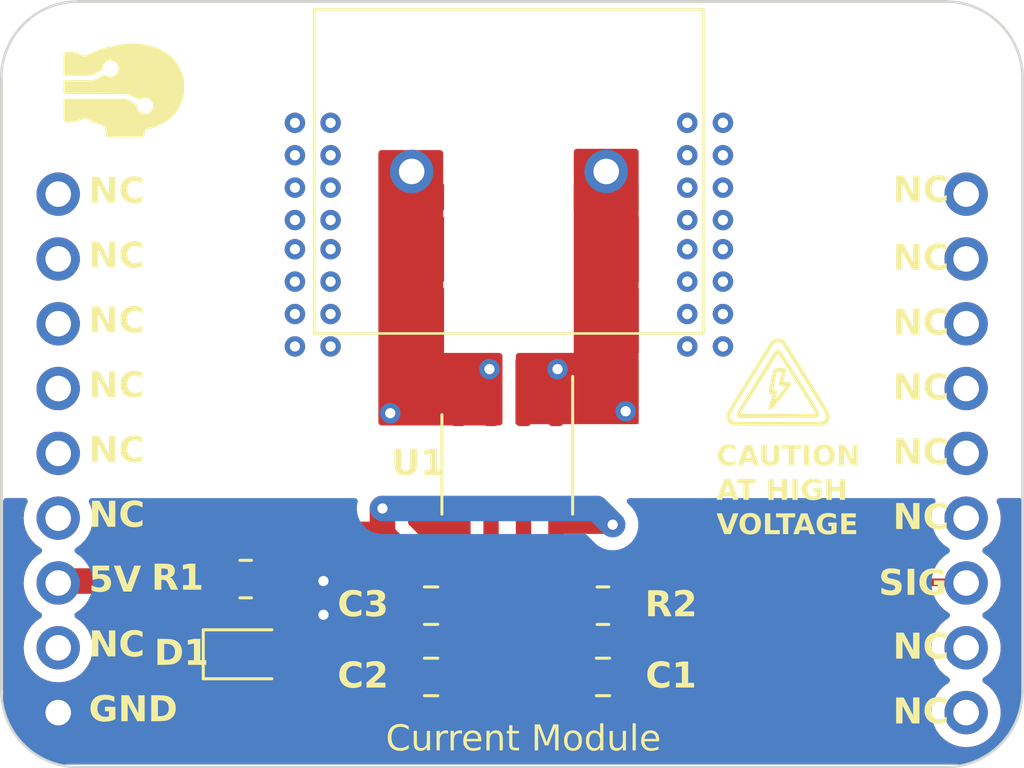
<source format=kicad_pcb>
(kicad_pcb (version 20240108) (generator "pcbnew") (generator_version "8.0")
  (layers (0 "F.Cu" signal) (31 "B.Cu" signal) (34 "B.Paste" user) (35 "F.Paste" user) (36 "B.SilkS" user "B.Silkscreen") (37 "F.SilkS" user "F.Silkscreen") (38 "B.Mask" user) (39 "F.Mask" user) (44 "Edge.Cuts" user))
  (net 0 "")
  (net 1 "Net-(U1-FILTER)")
  (net 2 "GND")
  (net 3 "+5V")
  (net 4 "Net-(J1-Pin_1)")
  (net 5 "Net-(J1-Pin_2)")
  (net 6 "Net-(U1-VIOUT)")
  (net 7 "SIG")
  (net 23 "Net-(D1-A)")
  (footprint "Package_SO:SOIC-8_3.9x4.9mm_P1.27mm" (layer "F.Cu") (at 101.408 93.90452 -90)
    (property "Reference" "U1" (at -0.00072 3.491 180) (layer "F.SilkS") (effects (font (thickness 0.16) (bold yes))))
    (property "Value" "ACS712xLCTR-20A" (hide yes))
    (fp_line (start 0 2.56) (end -1.95 2.56) (stroke (width 0.12)) (layer "F.SilkS"))
    (fp_line (start 0 2.56) (end 1.95 2.56) (stroke (width 0.12)) (layer "F.SilkS"))
    (fp_line (start 0 -2.56) (end -3.45 -2.56) (stroke (width 0.12)) (layer "F.SilkS"))
    (fp_line (start 0 -2.56) (end 1.95 -2.56) (stroke (width 0.12)) (layer "F.SilkS"))
    (pad "1" smd roundrect (at -2.475 -1.905 270) (size 1.95 0.6) (layers "F.Cu" "F.Paste" "F.Mask") (net 5 "Net-(J1-Pin_2)"))
    (pad "2" smd roundrect (at -2.475 -0.635 270) (size 1.95 0.6) (layers "F.Cu" "F.Paste" "F.Mask") (net 5 "Net-(J1-Pin_2)"))
    (pad "3" smd roundrect (at -2.475 0.635 270) (size 1.95 0.6) (layers "F.Cu" "F.Paste" "F.Mask") (net 4 "Net-(J1-Pin_1)"))
    (pad "4" smd roundrect (at -2.475 1.905 270) (size 1.95 0.6) (layers "F.Cu" "F.Paste" "F.Mask") (net 4 "Net-(J1-Pin_1)"))
    (pad "5" smd roundrect (at 2.475 1.905 270) (size 1.95 0.6) (layers "F.Cu" "F.Paste" "F.Mask") (net 2 "GND"))
    (pad "6" smd roundrect (at 2.475 0.635 270) (size 1.95 0.6) (layers "F.Cu" "F.Paste" "F.Mask") (net 1 "Net-(U1-FILTER)"))
    (pad "7" smd roundrect (at 2.475 -0.635 270) (size 1.95 0.6) (layers "F.Cu" "F.Paste" "F.Mask") (net 6 "Net-(U1-VIOUT)"))
    (pad "8" smd roundrect (at 2.475 -1.905 270) (size 1.95 0.6) (layers "F.Cu" "F.Paste" "F.Mask") (net 3 "+5V"))
  )
  (footprint "barriyer:barriyer_7.62" (layer "F.Cu") (at 101.981 82.423)
    (property "Reference" "J1" (hide yes))
    (property "Value" "Screw_Terminal_01x02" (hide yes))
    (fp_line (start -8.128 -6.35) (end -8.128 0) (stroke (width 0.1)) (layer "F.SilkS"))
    (fp_line (start -8.128 0) (end -8.128 6.35) (stroke (width 0.1)) (layer "F.SilkS"))
    (fp_line (start -8.128 6.35) (end 7.112 6.35) (stroke (width 0.1)) (layer "F.SilkS"))
    (fp_line (start 7.112 -6.35) (end -8.128 -6.35) (stroke (width 0.1)) (layer "F.SilkS"))
    (fp_line (start 7.112 6.35) (end 7.112 -6.35) (stroke (width 0.1)) (layer "F.SilkS"))
    (pad "1" thru_hole circle (at -4.318 0) (size 1.7 1.7) (drill 1) (layers "*.Cu" "*.Mask") (net 4 "Net-(J1-Pin_1)"))
    (pad "1" smd rect (at -4.318 3.048) (size 2.54 2.54) (layers "F.Cu" "F.Paste" "F.Mask") (net 4 "Net-(J1-Pin_1)"))
    (pad "1" smd rect (at -4.318 5.0165 90) (size 7.493 0.254) (layers "F.Cu" "F.Paste" "F.Mask") (net 4 "Net-(J1-Pin_1)"))
    (pad "1" smd rect (at -4.318 5.842) (size 2.54 2.54) (layers "F.Cu" "F.Paste" "F.Mask") (net 4 "Net-(J1-Pin_1)"))
    (pad "1" smd rect (at -4.318 8.627997) (size 2.54 2.523994) (layers "F.Cu" "F.Paste" "F.Mask") (net 4 "Net-(J1-Pin_1)"))
    (pad "1" smd rect (at -4.317999 1.016) (size 2.539998 1.016) (layers "F.Cu" "F.Paste" "F.Mask") (net 4 "Net-(J1-Pin_1)"))
    (pad "1" smd rect (at -2.857499 8.636 180) (size 3.174998 0.254) (layers "F.Cu" "F.Paste" "F.Mask") (net 4 "Net-(J1-Pin_1)"))
    (pad "1" smd rect (at -1.778 8.627997) (size 2.032 2.523994) (layers "F.Cu" "F.Paste" "F.Mask") (net 4 "Net-(J1-Pin_1)"))
    (pad "2" smd rect (at 0.762 8.635999) (size 2.032 2.523992) (layers "F.Cu" "F.Paste" "F.Mask") (net 5 "Net-(J1-Pin_2)"))
    (pad "2" smd rect (at 2.032 8.636 180) (size 3.174998 0.254) (layers "F.Cu" "F.Paste" "F.Mask") (net 5 "Net-(J1-Pin_2)"))
    (pad "2" thru_hole circle (at 3.302 0) (size 1.7 1.7) (drill 1) (layers "*.Cu" "*.Mask") (net 5 "Net-(J1-Pin_2)"))
    (pad "2" smd rect (at 3.302 1.016) (size 2.539998 1.016) (layers "F.Cu" "F.Paste" "F.Mask") (net 5 "Net-(J1-Pin_2)"))
    (pad "2" smd rect (at 3.302 8.636) (size 2.54 2.523994) (layers "F.Cu" "F.Paste" "F.Mask") (net 5 "Net-(J1-Pin_2)"))
    (pad "2" smd rect (at 3.31 3.056003) (size 2.54 2.54) (layers "F.Cu" "F.Paste" "F.Mask") (net 5 "Net-(J1-Pin_2)"))
    (pad "2" smd rect (at 3.31 5.08 90) (size 7.247002 0.254) (layers "F.Cu" "F.Paste" "F.Mask") (net 5 "Net-(J1-Pin_2)"))
    (pad "2" smd rect (at 3.31 5.842003) (size 2.54 2.524) (layers "F.Cu" "F.Paste" "F.Mask") (net 5 "Net-(J1-Pin_2)"))
  )
  (footprint "Capacitor_SMD:C_0805_2012Metric" (layer "F.Cu") (at 105.156 102.235)
    (property "Reference" "C1" (at 2.667 0 0) (layer "F.SilkS") (effects (font (thickness 0.16) (bold yes))))
    (property "Value" "1nF" (hide yes))
    (fp_line (start -0.261252 -0.735) (end 0.261252 -0.735) (stroke (width 0.12)) (layer "F.SilkS"))
    (fp_line (start -0.261252 0.735) (end 0.261252 0.735) (stroke (width 0.12)) (layer "F.SilkS"))
    (pad "1" smd roundrect (at -0.95 0) (size 1 1.45) (layers "F.Cu" "F.Paste" "F.Mask") (net 1 "Net-(U1-FILTER)"))
    (pad "2" smd roundrect (at 0.95 0) (size 1 1.45) (layers "F.Cu" "F.Paste" "F.Mask") (net 2 "GND"))
  )
  (footprint "air_module:air_module" (layer "F.Cu") (at 101.2698 95.8456)
    (property "Reference" "U2" (hide yes))
    (property "Value" "~")
    (fp_poly (pts (xy -14.409382 -18.424609) (xy -14.284373 -18.420345) (xy -14.172436 -18.41358) (xy -14.080802 -18.404375) (xy -14.041724 -18.398303) (xy -13.853269 -18.357149) (xy -13.683331 -18.306133) (xy -13.519369 -18.241174) (xy -13.429404 -18.199111) (xy -13.225809 -18.083691) (xy -13.047121 -17.948997) (xy -12.892918 -17.794515) (xy -12.762778 -17.619731) (xy -12.65628 -17.424131) (xy -12.573 -17.2072) (xy -12.549521 -17.127104) (xy -12.536759 -17.07492) (xy -12.527646 -17.022564) (xy -12.521606 -16.963179) (xy -12.518064 -16.889906) (xy -12.516445 -16.795888) (xy -12.51616 -16.729254) (xy -12.516471 -16.624139) (xy -12.518179 -16.54326) (xy -12.521973 -16.479269) (xy -12.528539 -16.424819) (xy -12.538566 -16.372562) (xy -12.552742 -16.315149) (xy -12.556087 -16.30258) (xy -12.629514 -16.087143) (xy -12.729163 -15.888572) (xy -12.853947 -15.707853) (xy -13.002778 -15.54597) (xy -13.174568 -15.403908) (xy -13.368231 -15.282653) (xy -13.582678 -15.183189) (xy -13.816822 -15.106501) (xy -13.899335 -15.086106) (xy -14.053347 -15.050981) (xy -14.053347 -14.949039) (xy -14.054887 -14.890965) (xy -14.061819 -14.853309) (xy -14.077607 -14.824956) (xy -14.09952 -14.800924) (xy -14.145693 -14.754751) (xy -14.822188 -14.755232) (xy -15.017354 -14.755779) (xy -15.180988 -14.757122) (xy -15.313136 -14.759262) (xy -15.413847 -14.762201) (xy -15.483171 -14.765939) (xy -15.521154 -14.770477) (xy -15.527806 -14.772641) (xy -15.563505 -14.810321) (xy -15.587341 -14.875416) (xy -15.599544 -14.968744) (xy -15.601382 -15.034623) (xy -15.601407 -15.173346) (xy -15.801123 -15.240942) (xy -15.897413 -15.275849) (xy -16.007494 -15.319396) (xy -16.117074 -15.365754) (xy -16.20292 -15.404809) (xy -16.405002 -15.50108) (xy -16.548858 -15.442837) (xy -16.738064 -15.37858) (xy -16.919457 -15.342673) (xy -17.036014 -15.334083) (xy -17.096368 -15.333393) (xy -17.134749 -15.336828) (xy -17.160749 -15.347281) (xy -17.183963 -15.367645) (xy -17.197923 -15.382892) (xy -17.244143 -15.434479) (xy -17.244143 -15.852824) (xy -17.244143 -16.271169) (xy -16.010726 -16.271169) (xy -14.77731 -16.271169) (xy -14.567601 -16.160489) (xy -14.48664 -16.117331) (xy -14.429866 -16.085528) (xy -14.393293 -16.062146) (xy -14.372934 -16.044251) (xy -14.364803 -16.028908) (xy -14.364911 -16.013181) (xy -14.365213 -16.01152) (xy -14.36356 -15.958395) (xy -14.345036 -15.893567) (xy -14.3142 -15.828542) (xy -14.27561 -15.774828) (xy -14.268562 -15.767605) (xy -14.220027 -15.731434) (xy -14.160444 -15.701004) (xy -14.138599 -15.693187) (xy -14.044845 -15.679294) (xy -13.957182 -15.692779) (xy -13.879309 -15.729553) (xy -13.814926 -15.785526) (xy -13.767732 -15.856611) (xy -13.741427 -15.938718) (xy -13.739711 -16.027758) (xy -13.761874 -16.109552) (xy -13.812507 -16.193911) (xy -13.88157 -16.255114) (xy -13.964389 -16.291555) (xy -14.056294 -16.301627) (xy -14.152611 -16.283725) (xy -14.204852 -16.261841) (xy -14.28573 -16.220921) (xy -14.505204 -16.336872) (xy -14.724678 -16.452824) (xy -15.98441 -16.457138) (xy -17.244143 -16.461453) (xy -17.244143 -16.72962) (xy -17.244143 -16.997786) (xy -16.659908 -16.997786) (xy -16.075673 -16.997786) (xy -15.84744 -17.11641) (xy -15.749428 -17.165928) (xy -15.676635 -17.199529) (xy -15.629594 -17.216985) (xy -15.608844 -17.218071) (xy -15.608333 -17.217439) (xy -15.588169 -17.200581) (xy -15.550213 -17.178859) (xy -15.532275 -17.170245) (xy -15.441144 -17.144115) (xy -15.35248 -17.145987) (xy -15.27045 -17.172316) (xy -15.19922 -17.219556) (xy -15.142957 -17.284165) (xy -15.105828 -17.362595) (xy -15.092 -17.451304) (xy -15.102599 -17.535769) (xy -15.139889 -17.622434) (xy -15.199 -17.691754) (xy -15.274232 -17.740831) (xy -15.359887 -17.766768) (xy -15.450265 -17.766666) (xy -15.518719 -17.747343) (xy -15.603564 -17.697205) (xy -15.664 -17.627479) (xy -15.700644 -17.537286) (xy -15.711338 -17.4743) (xy -15.719827 -17.390055) (xy -15.932045 -17.280799) (xy -16.144263 -17.171542) (xy -16.694203 -17.171542) (xy -17.244143 -17.171542) (xy -17.244143 -17.59925) (xy -17.244143 -18.026958) (xy -17.19797 -18.073131) (xy -17.171241 -18.097234) (xy -17.144844 -18.11106) (xy -17.108952 -18.117397) (xy -17.053736 -18.119029) (xy -17.036061 -18.119029) (xy -16.888934 -18.108389) (xy -16.737628 -18.076092) (xy -16.574707 -18.02053) (xy -16.567054 -18.017486) (xy -16.503947 -17.993107) (xy -16.450536 -17.974072) (xy -16.414495 -17.963039) (xy -16.404952 -17.961343) (xy -16.383132 -17.968004) (xy -16.339239 -17.986194) (xy -16.27941 -18.013224) (xy -16.209783 -18.046407) (xy -16.201562 -18.050428) (xy -15.977798 -18.148206) (xy -15.72745 -18.235531) (xy -15.454095 -18.311363) (xy -15.161304 -18.374665) (xy -14.977414 -18.406257) (xy -14.895512 -18.415422) (xy -14.790527 -18.421778) (xy -14.66969 -18.425387) (xy -14.540231 -18.42631)) (fill solid) (layer "F.SilkS"))
    (fp_line (start -19.68 -17.08) (end -19.68 6.92) (stroke (width 0.1)) (layer "Edge.Cuts"))
    (fp_line (start -16.68 9.92) (end 17.32 9.92) (stroke (width 0.1)) (layer "Edge.Cuts"))
    (fp_line (start 17.32 -20.08) (end -16.68 -20.08) (stroke (width 0.1)) (layer "Edge.Cuts"))
    (fp_line (start 20.32 6.92) (end 20.32 -17.08) (stroke (width 0.1)) (layer "Edge.Cuts"))
    (fp_arc (start -19.68 -17.08) (mid -18.80132 -19.20132) (end -16.68 -20.08) (stroke (width 0.1)) (layer "Edge.Cuts"))
    (fp_arc (start -16.68 9.92) (mid -18.80132 9.04132) (end -19.68 6.92) (stroke (width 0.1)) (layer "Edge.Cuts"))
    (fp_arc (start 17.32 -20.08) (mid 19.44132 -19.20132) (end 20.32 -17.08) (stroke (width 0.1)) (layer "Edge.Cuts"))
    (fp_arc (start 20.32 6.92) (mid 19.44132 9.04132) (end 17.32 9.92) (stroke (width 0.1)) (layer "Edge.Cuts"))
    (fp_text user "NC" (at -16.256 5.7544 0) (layer "F.SilkS") (effects (font (thickness 0.2) (bold yes)) (justify left bottom)))
    (fp_text user "NC" (at -16.256 -1.8656 0) (layer "F.SilkS") (effects (font (thickness 0.2) (bold yes)) (justify left bottom)))
    (fp_text user "NC" (at 15.24 -4.318 0) (layer "F.SilkS") (effects (font (thickness 0.2) (bold yes)) (justify left bottom)))
    (fp_text user "NC" (at -16.256 -9.4856 0) (layer "F.SilkS") (effects (font (thickness 0.2) (bold yes)) (justify left bottom)))
    (fp_text user "Current Module" (at -4.6228 9.4374 0) (layer "F.SilkS") (effects (font (thickness 0.1)) (justify left bottom)))
    (fp_text user "NC" (at -16.256 0.6744 0) (layer "F.SilkS") (effects (font (thickness 0.2) (bold yes)) (justify left bottom)))
    (fp_text user "NC" (at -16.256 -6.9456 0) (layer "F.SilkS") (effects (font (thickness 0.2) (bold yes)) (justify left bottom)))
    (fp_text user "NC" (at -16.256 -4.4056 0) (layer "F.SilkS") (effects (font (thickness 0.2) (bold yes)) (justify left bottom)))
    (fp_text user "NC" (at 15.24 8.382 0) (layer "F.SilkS") (effects (font (thickness 0.2) (bold yes)) (justify left bottom)))
    (fp_text user "NC" (at 15.24 5.842 0) (layer "F.SilkS") (effects (font (thickness 0.2) (bold yes)) (justify left bottom)))
    (fp_text user "NC" (at 15.24 0.762 0) (layer "F.SilkS") (effects (font (thickness 0.2) (bold yes)) (justify left bottom)))
    (fp_text user "NC" (at 15.24 -6.858 0) (layer "F.SilkS") (effects (font (thickness 0.2) (bold yes)) (justify left bottom)))
    (fp_text user "NC" (at 15.24 -1.778 0) (layer "F.SilkS") (effects (font (thickness 0.2) (bold yes)) (justify left bottom)))
    (fp_text user "NC" (at -16.256 -12.0256 0) (layer "F.SilkS") (effects (font (thickness 0.2) (bold yes)) (justify left bottom)))
    (fp_text user "NC" (at 15.24 -9.398 0) (layer "F.SilkS") (effects (font (thickness 0.2) (bold yes)) (justify left bottom)))
    (fp_text user "SIG" (at 14.6812 3.3414 0) (layer "F.SilkS") (effects (font (thickness 0.2) (bold yes)) (justify left bottom)))
    (fp_text user "5V" (at -16.256 3.2144 0) (layer "F.SilkS") (effects (font (thickness 0.2) (bold yes)) (justify left bottom)))
    (fp_text user "GND" (at -16.256 8.2944 0) (layer "F.SilkS") (effects (font (thickness 0.2) (bold yes)) (justify left bottom)))
    (fp_text user "NC" (at 15.24 -12.065 0) (layer "F.SilkS") (effects (font (thickness 0.2) (bold yes)) (justify left bottom)))
    (pad "1" thru_hole oval (at -17.4498 -12.5336) (size 1.7 1.7) (drill 1) (layers "*.Cu" "*.Mask"))
    (pad "2" thru_hole oval (at -17.4498 -9.9936) (size 1.7 1.7) (drill 1) (layers "*.Cu" "*.Mask"))
    (pad "3" thru_hole oval (at -17.4498 -7.4536) (size 1.7 1.7) (drill 1) (layers "*.Cu" "*.Mask"))
    (pad "4" thru_hole oval (at -17.4498 -4.9136) (size 1.7 1.7) (drill 1) (layers "*.Cu" "*.Mask"))
    (pad "5" thru_hole oval (at -17.4498 -2.3736) (size 1.7 1.7) (drill 1) (layers "*.Cu" "*.Mask"))
    (pad "6" thru_hole oval (at -17.4498 0.1664) (size 1.7 1.7) (drill 1) (layers "*.Cu" "*.Mask"))
    (pad "7" thru_hole oval (at -17.4498 2.7064) (size 1.7 1.7) (drill 1) (layers "*.Cu" "*.Mask") (net 3 "+5V"))
    (pad "8" thru_hole oval (at -17.4498 5.2464) (size 1.7 1.7) (drill 1) (layers "*.Cu" "*.Mask"))
    (pad "9" thru_hole oval (at -17.4498 7.7864) (size 1.7 1.7) (drill 1) (layers "*.Cu" "*.Mask") (net 2 "GND"))
    (pad "10" thru_hole oval (at 18.1102 7.7864) (size 1.7 1.7) (drill 1) (layers "*.Cu" "*.Mask"))
    (pad "11" thru_hole oval (at 18.1102 5.2464) (size 1.7 1.7) (drill 1) (layers "*.Cu" "*.Mask"))
    (pad "12" thru_hole oval (at 18.1102 2.7064) (size 1.7 1.7) (drill 1) (layers "*.Cu" "*.Mask") (net 7 "SIG"))
    (pad "13" thru_hole oval (at 18.1102 0.1664) (size 1.7 1.7) (drill 1) (layers "*.Cu" "*.Mask"))
    (pad "14" thru_hole oval (at 18.1102 -2.3736) (size 1.7 1.7) (drill 1) (layers "*.Cu" "*.Mask"))
    (pad "15" thru_hole oval (at 18.1102 -4.9136) (size 1.7 1.7) (drill 1) (layers "*.Cu" "*.Mask"))
    (pad "16" thru_hole oval (at 18.1102 -7.4536) (size 1.7 1.7) (drill 1) (layers "*.Cu" "*.Mask"))
    (pad "17" thru_hole oval (at 18.1102 -9.9936) (size 1.7 1.7) (drill 1) (layers "*.Cu" "*.Mask"))
    (pad "18" thru_hole oval (at 18.1102 -12.5336) (size 1.7 1.7) (drill 1) (layers "*.Cu" "*.Mask"))
  )
  (footprint "Capacitor_SMD:C_0805_2012Metric" (layer "F.Cu") (at 98.425 99.441)
    (property "Reference" "C3" (at -2.667 0 0) (layer "F.SilkS") (effects (font (thickness 0.16) (bold yes))))
    (property "Value" "4.7uF" (hide yes))
    (fp_line (start -0.261252 -0.735) (end 0.261252 -0.735) (stroke (width 0.12)) (layer "F.SilkS"))
    (fp_line (start -0.261252 0.735) (end 0.261252 0.735) (stroke (width 0.12)) (layer "F.SilkS"))
    (pad "1" smd roundrect (at -0.95 0) (size 1 1.45) (layers "F.Cu" "F.Paste" "F.Mask") (net 3 "+5V"))
    (pad "2" smd roundrect (at 0.95 0) (size 1 1.45) (layers "F.Cu" "F.Paste" "F.Mask") (net 2 "GND"))
  )
  (footprint "memin:ACS712" (layer "F.Cu") (at 112.014 90.678)
    (property "Reference" "G***" (hide yes))
    (property "Value" "LOGO" (hide yes))
    (fp_poly (pts (xy 0.055016 -1.252387) (xy 0.079773 -1.24453) (xy 0.095831 -1.226504) (xy 0.128337 -1.181566) (xy 0.176195 -1.11143) (xy 0.238311 -1.017812) (xy 0.31359 -0.902427) (xy 0.400936 -0.76699) (xy 0.499254 -0.613216) (xy 0.607449 -0.442822) (xy 0.724426 -0.257521) (xy 0.84909 -0.05903) (xy 0.980346 0.150937) (xy 1.117098 0.370663) (xy 1.258252 0.598435) (xy 1.313036 0.687097) (xy 1.402521 0.832489) (xy 1.4753 0.952412) (xy 1.53256 1.049807) (xy 1.57549 1.127615) (xy 1.605276 1.188779) (xy 1.623106 1.236238) (xy 1.630166 1.272936) (xy 1.627646 1.301813) (xy 1.616731 1.32581) (xy 1.598609 1.347869) (xy 1.585103 1.361086) (xy 1.541785 1.401785) (xy 0.006015 1.406242) (xy -1.529756 1.410699) (xy -1.579088 1.361367) (xy -1.595355 1.345345) (xy -1.609114 1.33044) (xy -1.619411 1.314785) (xy -1.625291 1.296512) (xy -1.6258 1.273752) (xy -1.619983 1.244639) (xy -1.619163 1.242301) (xy -1.468208 1.242301) (xy -1.451296 1.243395) (xy -1.403815 1.244325) (xy -1.32877 1.245096) (xy -1.229166 1.245711) (xy -1.108008 1.246175) (xy -0.968302 1.246494) (xy -0.813054 1.246672) (xy -0.645269 1.246714) (xy -0.467951 1.246625) (xy -0.284108 1.246408) (xy -0.096743 1.24607) (xy 0.091136 1.245615) (xy 0.276526 1.245047) (xy 0.45642 1.244371) (xy 0.627813 1.243592) (xy 0.7877 1.242715) (xy 0.933075 1.241744) (xy 1.060933 1.240684) (xy 1.168268 1.239541) (xy 1.252075 1.238318) (xy 1.269782 1.237985) (xy 1.473537 1.233907) (xy 1.046714 0.545605) (xy 0.880274 0.277603) (xy 0.726709 0.03115) (xy 0.586459 -0.193059) (xy 0.459969 -0.39433) (xy 0.347681 -0.57197) (xy 0.250037 -0.725283) (xy 0.16748 -0.853577) (xy 0.100453 -0.956156) (xy 0.049398 -1.032328) (xy 0.014757 -1.081398) (xy -0.003026 -1.102671) (xy -0.004996 -1.103534) (xy -0.015835 -1.08895) (xy -0.042674 -1.048452) (xy -0.083907 -0.984612) (xy -0.137931 -0.900002) (xy -0.20314 -0.797194) (xy -0.277929 -0.678762) (xy -0.360695 -0.547278) (xy -0.449833 -0.405314) (xy -0.543737 -0.255443) (xy -0.640804 -0.100238) (xy -0.739428 0.057729) (xy -0.838005 0.215886) (xy -0.934931 0.37166) (xy -1.028601 0.522478) (xy -1.11741 0.665768) (xy -1.199753 0.798957) (xy -1.274027 0.919473) (xy -1.338625 1.024743) (xy -1.391945 1.112194) (xy -1.432381 1.179255) (xy -1.458328 1.223352) (xy -1.468182 1.241913) (xy -1.468208 1.242301) (xy -1.619163 1.242301) (xy -1.606886 1.207304) (xy -1.585555 1.15988) (xy -1.555036 1.100498) (xy -1.514373 1.027291) (xy -1.462613 0.938391) (xy -1.398802 0.831931) (xy -1.321984 0.706042) (xy -1.231206 0.558856) (xy -1.125513 0.388507) (xy -1.00395 0.193126) (xy -0.882466 -0.002004) (xy -0.768733 -0.184712) (xy -0.659955 -0.359465) (xy -0.557461 -0.52413) (xy -0.462577 -0.676574) (xy -0.376633 -0.814663) (xy -0.300955 -0.936264) (xy -0.236872 -1.039242) (xy -0.18571 -1.121465) (xy -0.148799 -1.1808) (xy -0.127465 -1.215111) (xy -0.122617 -1.222926) (xy -0.096318 -1.239793) (xy -0.049443 -1.251234) (xy 0.005253 -1.255885)) (fill solid) (layer "F.SilkS"))
    (fp_poly (pts (xy 0.158244 -0.553422) (xy 0.214936 -0.550973) (xy 0.251701 -0.545566) (xy 0.275358 -0.536118) (xy 0.292725 -0.521547) (xy 0.295072 -0.519003) (xy 0.307464 -0.503855) (xy 0.314463 -0.487386) (xy 0.31549 -0.463682) (xy 0.309967 -0.426829) (xy 0.297314 -0.370913) (xy 0.276954 -0.290019) (xy 0.270024 -0.262989) (xy 0.2486 -0.180146) (xy 0.229689 -0.108216) (xy 0.215071 -0.05388) (xy 0.206525 -0.023819) (xy 0.205584 -0.020984) (xy 0.21045 -0.010452) (xy 0.237239 -0.003877) (xy 0.290201 -0.000629) (xy 0.347391 0) (xy 0.431144 0.002054) (xy 0.486736 0.009622) (xy 0.51941 0.024811) (xy 0.534409 0.049731) (xy 0.537211 0.076343) (xy 0.527059 0.095914) (xy 0.498507 0.137839) (xy 0.454415 0.198486) (xy 0.397642 0.274221) (xy 0.331048 0.361409) (xy 0.257492 0.456418) (xy 0.179833 0.555614) (xy 0.100931 0.655363) (xy 0.023645 0.752032) (xy -0.049166 0.841986) (xy -0.114643 0.921594) (xy -0.169925 0.98722) (xy -0.212154 1.035232) (xy -0.238281 1.061831) (xy -0.284838 1.086857) (xy -0.330757 1.087407) (xy -0.365396 1.063874) (xy -0.369663 1.057016) (xy -0.37501 1.037256) (xy -0.373573 1.00618) (xy -0.364357 0.95896) (xy -0.346369 0.89077) (xy -0.318615 0.796784) (xy -0.310789 0.771153) (xy -0.283621 0.682938) (xy -0.259386 0.60496) (xy -0.240016 0.543383) (xy -0.227446 0.504371) (xy -0.224132 0.494772) (xy -0.226085 0.476824) (xy -0.254342 0.470278) (xy -0.265436 0.47006) (xy -0.324854 0.464746) (xy -0.357566 0.446439) (xy -0.369084 0.411592) (xy -0.369332 0.403207) (xy -0.365884 0.374529) (xy -0.356179 0.318016) (xy -0.348491 0.277328) (xy -0.18137 0.277328) (xy -0.176544 0.303029) (xy -0.163956 0.31548) (xy -0.143408 0.31861) (xy -0.114705 0.316346) (xy -0.109339 0.315745) (xy -0.073637 0.317355) (xy -0.051377 0.333681) (xy -0.0426 0.367678) (xy -0.047346 0.422304) (xy -0.065655 0.500517) (xy -0.097568 0.605273) (xy -0.113968 0.654726) (xy -0.116897 0.66705) (xy -0.112795 0.668466) (xy -0.099461 0.656467) (xy -0.074695 0.628547) (xy -0.036295 0.582199) (xy 0.017938 0.514915) (xy 0.090206 0.424189) (xy 0.107098 0.402909) (xy 0.300248 0.159485) (xy 0.172845 0.151091) (xy 0.097405 0.144112) (xy 0.049625 0.131307) (xy 0.025916 0.106994) (xy 0.02269 0.065491) (xy 0.036357 0.001116) (xy 0.049309 -0.044513) (xy 0.072869 -0.125005) (xy 0.097657 -0.209994) (xy 0.118354 -0.281241) (xy 0.118566 -0.281972) (xy 0.149165 -0.387672) (xy 0.046395 -0.382699) (xy -0.056376 -0.377726) (xy -0.126985 -0.036505) (xy -0.151241 0.081462) (xy -0.168522 0.170472) (xy -0.17863 0.234451) (xy -0.18137 0.277328) (xy -0.348491 0.277328) (xy -0.341177 0.238623) (xy -0.321838 0.141305) (xy -0.29912 0.031017) (xy -0.277867 -0.069236) (xy -0.248688 -0.203422) (xy -0.224891 -0.308368) (xy -0.205435 -0.387791) (xy -0.189276 -0.445405) (xy -0.175373 -0.484926) (xy -0.162682 -0.510069) (xy -0.150161 -0.52455) (xy -0.150098 -0.524601) (xy -0.127642 -0.537986) (xy -0.095312 -0.546723) (xy -0.046384 -0.551691) (xy 0.025867 -0.553768) (xy 0.074804 -0.553998)) (fill solid) (layer "F.SilkS"))
    (fp_poly (pts (xy 0.092898 -1.702299) (xy 0.182327 -1.670565) (xy 0.255552 -1.616797) (xy 0.262164 -1.60965) (xy 0.27593 -1.589894) (xy 0.306062 -1.543593) (xy 0.35129 -1.472772) (xy 0.410344 -1.379459) (xy 0.481956 -1.265679) (xy 0.564854 -1.133459) (xy 0.65777 -0.984824) (xy 0.759434 -0.8218) (xy 0.868576 -0.646415) (xy 0.983928 -0.460693) (xy 1.104218 -0.266662) (xy 1.148508 -0.195133) (xy 1.304563 0.057317) (xy 1.443286 0.282466) (xy 1.565314 0.48138) (xy 1.671283 0.655122) (xy 1.76183 0.804758) (xy 1.837589 0.93135) (xy 1.899198 1.035964) (xy 1.947292 1.119662) (xy 1.982507 1.183511) (xy 2.005479 1.228573) (xy 2.016844 1.255913) (xy 2.017784 1.259367) (xy 2.025772 1.364772) (xy 2.003458 1.467158) (xy 1.953911 1.559804) (xy 1.880201 1.635991) (xy 1.831103 1.668102) (xy 1.749786 1.71236) (xy -0.00252 1.71236) (xy -0.28314 1.712353) (xy -0.532155 1.712307) (xy -0.751534 1.712184) (xy -0.943247 1.711944) (xy -1.109265 1.711551) (xy -1.251556 1.710965) (xy -1.372092 1.710148) (xy -1.472841 1.709062) (xy -1.555775 1.707668) (xy -1.622863 1.705929) (xy -1.676075 1.703805) (xy -1.71738 1.701258) (xy -1.74875 1.698251) (xy -1.772153 1.694744) (xy -1.78956 1.6907) (xy -1.802941 1.68608) (xy -1.814266 1.680846) (xy -1.821729 1.676952) (xy -1.884637 1.640086) (xy -1.928265 1.602581) (xy -1.963352 1.553206) (xy -1.99171 1.499209) (xy -2.018093 1.437909) (xy -2.028876 1.386648) (xy -2.027478 1.327792) (xy -2.026625 1.319096) (xy -2.025739 1.313999) (xy -1.871848 1.313999) (xy -1.871505 1.324945) (xy -1.870839 1.336815) (xy -1.870704 1.341755) (xy -1.855618 1.427518) (xy -1.815047 1.496183) (xy -1.764514 1.53614) (xy -1.753139 1.540074) (xy -1.7331 1.543568) (xy -1.702544 1.546647) (xy -1.659623 1.549337) (xy -1.602486 1.551664) (xy -1.529282 1.553653) (xy -1.43816 1.555331) (xy -1.327271 1.556723) (xy -1.194763 1.557854) (xy -1.038786 1.558751) (xy -0.85749 1.559439) (xy -0.649024 1.559944) (xy -0.411538 1.560292) (xy -0.14318 1.560509) (xy -0.008393 1.560571) (xy 0.269952 1.560649) (xy 0.516695 1.560637) (xy 0.733812 1.560503) (xy 0.923277 1.560217) (xy 1.087064 1.559745) (xy 1.227147 1.559056) (xy 1.345502 1.558117) (xy 1.444101 1.556897) (xy 1.524921 1.555364) (xy 1.589935 1.553485) (xy 1.641118 1.551229) (xy 1.680444 1.548563) (xy 1.709887 1.545456) (xy 1.731422 1.541875) (xy 1.747024 1.537788) (xy 1.758667 1.533164) (xy 1.7613 1.531865) (xy 1.823284 1.482577) (xy 1.86304 1.414214) (xy 1.875458 1.336376) (xy 1.874136 1.319898) (xy 1.872432 1.307237) (xy 1.869885 1.294359) (xy 1.865468 1.279544) (xy 1.858154 1.261071) (xy 1.846913 1.237218) (xy 1.830719 1.206266) (xy 1.808544 1.166493) (xy 1.779359 1.116178) (xy 1.742137 1.0536) (xy 1.69585 0.977039) (xy 1.639469 0.884774) (xy 1.571968 0.775083) (xy 1.492317 0.646246) (xy 1.39949 0.496543) (xy 1.292458 0.324251) (xy 1.170193 0.127651) (xy 1.031668 -0.094979) (xy 0.965408 -0.201454) (xy 0.85582 -0.377597) (xy 0.750082 -0.547646) (xy 0.649734 -0.709115) (xy 0.556319 -0.859521) (xy 0.471377 -0.996378) (xy 0.396451 -1.1172) (xy 0.333081 -1.219504) (xy 0.282811 -1.300805) (xy 0.24718 -1.358617) (xy 0.227732 -1.390455) (xy 0.227551 -1.390757) (xy 0.172324 -1.471652) (xy 0.118804 -1.523744) (xy 0.061062 -1.550925) (xy -0.00683 -1.557086) (xy -0.024104 -1.555974) (xy -0.081931 -1.546585) (xy -0.122693 -1.525596) (xy -0.156701 -1.492085) (xy -0.173296 -1.469007) (xy -0.206032 -1.419652) (xy -0.253447 -1.346334) (xy -0.314081 -1.25137) (xy -0.386472 -1.137073) (xy -0.469161 -1.005759) (xy -0.560686 -0.859743) (xy -0.659585 -0.701341) (xy -0.764399 -0.532866) (xy -0.873667 -0.356635) (xy -0.896974 -0.318968) (xy -1.049165 -0.072952) (xy -1.184696 0.146124) (xy -1.304526 0.339899) (xy -1.409618 0.510012) (xy -1.500931 0.658101) (xy -1.579428 0.785807) (xy -1.64607 0.894767) (xy -1.701816 0.986622) (xy -1.747629 1.063009) (xy -1.78447 1.125569) (xy -1.813298 1.175941) (xy -1.835077 1.215763) (xy -1.850766 1.246674) (xy -1.861326 1.270315) (xy -1.867719 1.288323) (xy -1.870906 1.302338) (xy -1.871848 1.313999) (xy -2.025739 1.313999) (xy -2.015495 1.255046) (xy -1.997833 1.19496) (xy -1.988301 1.172841) (xy -1.97284 1.1457) (xy -1.941473 1.093123) (xy -1.895701 1.017526) (xy -1.837022 0.921328) (xy -1.766938 0.806945) (xy -1.686948 0.676796) (xy -1.598551 0.533296) (xy -1.503249 0.378865) (xy -1.40254 0.215919) (xy -1.297924 0.046876) (xy -1.190903 -0.125847) (xy -1.082974 -0.299832) (xy -0.975639 -0.472663) (xy -0.870397 -0.64192) (xy -0.768749 -0.805188) (xy -0.672193 -0.960049) (xy -0.58223 -1.104085) (xy -0.50036 -1.234878) (xy -0.428083 -1.350012) (xy -0.366898 -1.447069) (xy -0.318306 -1.523632) (xy -0.283806 -1.577282) (xy -0.264898 -1.605603) (xy -0.262256 -1.609069) (xy -0.190311 -1.665383) (xy -0.101651 -1.699699) (xy -0.004504 -1.712007)) (fill solid) (layer "F.SilkS"))
  )
  (footprint "LED_SMD:LED_0805_2012Metric" (layer "F.Cu") (at 91.186 101.346)
    (property "Reference" "D1" (at -2.54 0 0) (layer "F.SilkS") (effects (font (thickness 0.16) (bold yes))))
    (property "Value" "LED" (hide yes))
    (fp_line (start -1.685 -0.96) (end -1.685 0.96) (stroke (width 0.12)) (layer "F.SilkS"))
    (fp_line (start -1.685 0.96) (end 1 0.96) (stroke (width 0.12)) (layer "F.SilkS"))
    (fp_line (start 1 -0.96) (end -1.685 -0.96) (stroke (width 0.12)) (layer "F.SilkS"))
    (pad "1" smd roundrect (at -0.9375 0) (size 0.975 1.4) (layers "F.Cu" "F.Paste" "F.Mask") (net 2 "GND"))
    (pad "2" smd roundrect (at 0.9375 0) (size 0.975 1.4) (layers "F.Cu" "F.Paste" "F.Mask") (net 23 "Net-(D1-A)"))
  )
  (footprint "Capacitor_SMD:C_0805_2012Metric" (layer "F.Cu") (at 98.425 102.235)
    (property "Reference" "C2" (at -2.667 0 0) (layer "F.SilkS") (effects (font (thickness 0.16) (bold yes))))
    (property "Value" "100nF" (hide yes))
    (fp_line (start -0.261252 -0.735) (end 0.261252 -0.735) (stroke (width 0.12)) (layer "F.SilkS"))
    (fp_line (start -0.261252 0.735) (end 0.261252 0.735) (stroke (width 0.12)) (layer "F.SilkS"))
    (pad "1" smd roundrect (at -0.95 0) (size 1 1.45) (layers "F.Cu" "F.Paste" "F.Mask") (net 3 "+5V"))
    (pad "2" smd roundrect (at 0.95 0) (size 1 1.45) (layers "F.Cu" "F.Paste" "F.Mask") (net 2 "GND"))
  )
  (footprint "Resistor_SMD:R_0805_2012Metric" (layer "F.Cu") (at 91.1606 98.3996 180)
    (property "Reference" "R1" (at 2.667 0 0) (layer "F.SilkS") (effects (font (thickness 0.16) (bold yes))))
    (property "Value" "470R" (hide yes))
    (fp_line (start -0.227064 0.735) (end 0.227064 0.735) (stroke (width 0.12)) (layer "F.SilkS"))
    (fp_line (start -0.227064 -0.735) (end 0.227064 -0.735) (stroke (width 0.12)) (layer "F.SilkS"))
    (pad "1" smd roundrect (at -0.9125 0 180) (size 1.025 1.4) (layers "F.Cu" "F.Paste" "F.Mask") (roundrect_rratio 0.243902) (net 23 "Net-(D1-A)"))
    (pad "2" smd roundrect (at 0.9125 0 180) (size 1.025 1.4) (layers "F.Cu" "F.Paste" "F.Mask") (roundrect_rratio 0.243902) (net 3 "+5V"))
  )
  (footprint "Resistor_SMD:R_0805_2012Metric" (layer "F.Cu") (at 105.156 99.441)
    (property "Reference" "R2" (at 2.667 0 0) (layer "F.SilkS") (effects (font (thickness 0.2) (bold yes))))
    (property "Value" "1k" (hide yes))
    (fp_line (start -0.227064 -0.735) (end 0.227064 -0.735) (stroke (width 0.12)) (layer "F.SilkS"))
    (fp_line (start -0.227064 0.735) (end 0.227064 0.735) (stroke (width 0.12)) (layer "F.SilkS"))
    (pad "1" smd roundrect (at -0.9125 0) (size 1.025 1.4) (layers "F.Cu" "F.Paste" "F.Mask") (roundrect_rratio 0.243902) (net 6 "Net-(U1-VIOUT)"))
    (pad "2" smd roundrect (at 0.9125 0) (size 1.025 1.4) (layers "F.Cu" "F.Paste" "F.Mask") (roundrect_rratio 0.243902) (net 7 "SIG"))
  )
  (gr_line (start 81.5998 102.7536) (end 81.5998 78.7536) (stroke (width 0.1)) (layer "Edge.Cuts"))
  (gr_line (start 84.5998 75.7536) (end 118.5998 75.7536) (stroke (width 0.1)) (layer "Edge.Cuts"))
  (gr_text "CAUTION \nAT HIGH\nVOLTAGE" (at 109.601 96.774 0) (layer "F.SilkS") (effects (font (size 0.8 0.8) (thickness 0.2) (bold yes)) (justify left bottom)))
  (via (at 109.855 80.518) (size 0.8) (drill 0.4) (layers "F.Cu" "B.Cu") (net 0))
  (via (at 109.855 81.788) (size 0.8) (drill 0.4) (layers "F.Cu" "B.Cu") (net 0))
  (via (at 93.091 88.011) (size 0.8) (drill 0.4) (layers "F.Cu" "B.Cu") (net 0))
  (via (at 93.091 89.281) (size 0.8) (drill 0.4) (layers "F.Cu" "B.Cu") (net 0))
  (via (at 108.458 80.518) (size 0.8) (drill 0.4) (layers "F.Cu" "B.Cu") (net 0))
  (via (at 93.091 84.328) (size 0.8) (drill 0.4) (layers "F.Cu" "B.Cu") (net 0))
  (via (at 109.855 89.281) (size 0.8) (drill 0.4) (layers "F.Cu" "B.Cu") (net 0))
  (via (at 109.855 85.471) (size 0.8) (drill 0.4) (layers "F.Cu" "B.Cu") (net 0))
  (via (at 93.091 85.471) (size 0.8) (drill 0.4) (layers "F.Cu" "B.Cu") (net 0))
  (via (at 94.488 85.471) (size 0.8) (drill 0.4) (layers "F.Cu" "B.Cu") (net 0))
  (via (at 94.488 81.788) (size 0.8) (drill 0.4) (layers "F.Cu" "B.Cu") (net 0))
  (via (at 94.488 86.741) (size 0.8) (drill 0.4) (layers "F.Cu" "B.Cu") (net 0))
  (via (at 108.458 84.328) (size 0.8) (drill 0.4) (layers "F.Cu" "B.Cu") (net 0))
  (via (at 109.855 86.741) (size 0.8) (drill 0.4) (layers "F.Cu" "B.Cu") (net 0))
  (via (at 94.488 84.328) (size 0.8) (drill 0.4) (layers "F.Cu" "B.Cu") (net 0))
  (via (at 108.458 85.471) (size 0.8) (drill 0.4) (layers "F.Cu" "B.Cu") (net 0))
  (via (at 94.488 80.518) (size 0.8) (drill 0.4) (layers "F.Cu" "B.Cu") (net 0))
  (via (at 108.458 86.741) (size 0.8) (drill 0.4) (layers "F.Cu" "B.Cu") (net 0))
  (via (at 108.458 81.788) (size 0.8) (drill 0.4) (layers "F.Cu" "B.Cu") (net 0))
  (via (at 93.091 86.741) (size 0.8) (drill 0.4) (layers "F.Cu" "B.Cu") (net 0))
  (via (at 93.091 83.058) (size 0.8) (drill 0.4) (layers "F.Cu" "B.Cu") (net 0))
  (via (at 108.458 89.281) (size 0.8) (drill 0.4) (layers "F.Cu" "B.Cu") (net 0))
  (via (at 93.091 81.788) (size 0.8) (drill 0.4) (layers "F.Cu" "B.Cu") (net 0))
  (via (at 109.855 88.011) (size 0.8) (drill 0.4) (layers "F.Cu" "B.Cu") (net 0))
  (via (at 108.458 83.058) (size 0.8) (drill 0.4) (layers "F.Cu" "B.Cu") (net 0))
  (via (at 94.488 88.011) (size 0.8) (drill 0.4) (layers "F.Cu" "B.Cu") (net 0))
  (via (at 109.855 84.328) (size 0.8) (drill 0.4) (layers "F.Cu" "B.Cu") (net 0))
  (via (at 94.488 83.058) (size 0.8) (drill 0.4) (layers "F.Cu" "B.Cu") (net 0))
  (via (at 109.855 83.058) (size 0.8) (drill 0.4) (layers "F.Cu" "B.Cu") (net 0))
  (via (at 108.458 88.011) (size 0.8) (drill 0.4) (layers "F.Cu" "B.Cu") (net 0))
  (via (at 94.488 89.281) (size 0.8) (drill 0.4) (layers "F.Cu" "B.Cu") (net 0))
  (via (at 93.091 80.518) (size 0.8) (drill 0.4) (layers "F.Cu" "B.Cu") (net 0))
  (segment (start 101.854 102.235) (end 104.206 102.235) (width 0.3) (layer "F.Cu") (net 1))
  (segment (start 100.773 96.37952) (end 100.773 101.154) (width 0.3) (layer "F.Cu") (net 1))
  (segment (start 100.773 101.154) (end 101.854 102.235) (width 0.3) (layer "F.Cu") (net 1))
  (via (at 94.2086 99.7966) (size 0.8) (drill 0.4) (layers "F.Cu" "B.Cu") (net 2))
  (via (at 94.2086 98.4758) (size 0.8) (drill 0.4) (layers "F.Cu" "B.Cu") (net 2))
  (segment (start 91.059 96.647) (end 96.52 96.647) (width 1) (layer "F.Cu") (net 3))
  (segment (start 90.19802 98.47652) (end 90.2735 98.552) (width 1) (layer "F.Cu") (net 3))
  (segment (start 97.475 97.602) (end 97.475 99.441) (width 1) (layer "F.Cu") (net 3))
  (segment (start 90.2735 98.552) (end 90.2735 97.4325) (width 1) (layer "F.Cu") (net 3))
  (segment (start 103.313 96.37952) (end 105.42348 96.37952) (width 0.5) (layer "F.Cu") (net 3))
  (segment (start 96.52 96.647) (end 96.52 95.631) (width 1) (layer "F.Cu") (net 3))
  (segment (start 96.52 96.647) (end 97.475 97.602) (width 1) (layer "F.Cu") (net 3))
  (segment (start 105.42348 96.37952) (end 105.537 96.266) (width 0.5) (layer "F.Cu") (net 3))
  (segment (start 90.2735 97.4325) (end 91.059 96.647) (width 1) (layer "F.Cu") (net 3))
  (segment (start 97.475 99.441) (end 97.475 102.235) (width 1) (layer "F.Cu") (net 3))
  (segment (start 83.915377 98.47652) (end 90.19802 98.47652) (width 1) (layer "F.Cu") (net 3))
  (via (at 96.52 95.631) (size 0.8) (drill 0.4) (layers "F.Cu" "B.Cu") (net 3))
  (via (at 105.537 96.266) (size 0.8) (drill 0.4) (layers "F.Cu" "B.Cu") (net 3))
  (segment (start 104.902 95.631) (end 105.537 96.266) (width 1) (layer "B.Cu") (net 3))
  (segment (start 96.52 95.631) (end 104.902 95.631) (width 1) (layer "B.Cu") (net 3))
  (via (at 100.711 90.17) (size 0.8) (drill 0.4) (layers "F.Cu" "B.Cu") (net 4))
  (via (at 96.8248 91.8972) (size 0.8) (drill 0.4) (layers "F.Cu" "B.Cu") (net 4))
  (via (at 106.045 91.821) (size 0.8) (drill 0.4) (layers "F.Cu" "B.Cu") (net 5))
  (via (at 103.378 90.17) (size 0.8) (drill 0.4) (layers "F.Cu" "B.Cu") (net 5))
  (segment (start 102.87 99.441) (end 104.2435 99.441) (width 0.3) (layer "F.Cu") (net 6))
  (segment (start 102.043 96.37952) (end 102.043 98.614) (width 0.3) (layer "F.Cu") (net 6))
  (segment (start 102.043 98.614) (end 102.87 99.441) (width 0.3) (layer "F.Cu") (net 6))
  (segment (start 112.141 99.441) (end 113.0554 98.5266) (width 0.3) (layer "F.Cu") (net 7))
  (segment (start 113.0554 98.5266) (end 119.425297 98.5266) (width 0.3) (layer "F.Cu") (net 7))
  (segment (start 106.0685 99.441) (end 112.141 99.441) (width 0.3) (layer "F.Cu") (net 7))
  (segment (start 119.425297 98.5266) (end 119.475377 98.47652) (width 0.3) (layer "F.Cu") (net 7))
  (segment (start 92.0985 98.552) (end 92.0985 101.321) (width 0.5) (layer "F.Cu") (net 23))
  (segment (start 92.0985 101.321) (end 92.1235 101.346) (width 0.5) (layer "F.Cu") (net 23))
  (zone (net 4) (net_name "Net-(J1-Pin_1)") (layer "F.Cu") (priority 5) (connect_pads yes (clearance 0.5)) (min_thickness 0.25) (fill yes (thermal_gap 0.5) (thermal_bridge_width 0.5))
    (polygon (pts (xy 101.219 89.535) (xy 101.219 92.377562) (xy 99.279994 92.377562) (xy 96.358994 92.377562) (xy 96.358994 89.662) (xy 96.358994 81.5848) (xy 98.898994 81.5848) (xy 98.898994 89.535)))
  )
  (zone (net 5) (net_name "Net-(J1-Pin_2)") (layer "F.Cu") (priority 5) (connect_pads yes (clearance 0.5)) (min_thickness 0.25) (fill yes (thermal_gap 0.5) (thermal_bridge_width 0.5))
    (polygon (pts (xy 101.743794 89.535) (xy 101.743794 92.326762) (xy 103.632 92.326762) (xy 106.553 92.326762) (xy 106.553 90.043) (xy 106.553 81.534) (xy 104.013 81.534) (xy 104.013 89.535)))
  )
  (zone (net 2) (net_name "GND") (layers "F&B.Cu") (connect_pads yes (clearance 0.5)) (min_thickness 0.25) (fill yes (thermal_gap 0.5) (thermal_bridge_width 0.5))
    (polygon (pts (xy 81.661 95.2246) (xy 121.666 95.2246) (xy 121.666 105.664) (xy 81.661 105.664)))
  )
)
</source>
